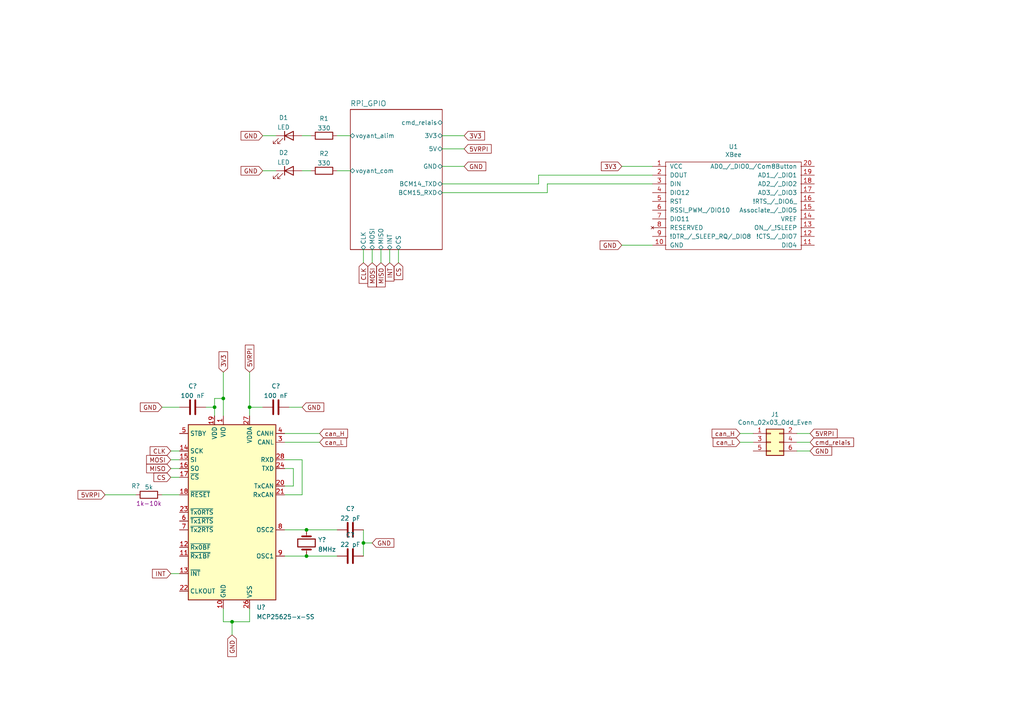
<source format=kicad_sch>
(kicad_sch (version 20211123) (generator eeschema)
  (paper "A4")
  (lib_symbols
    (symbol "Connector_Generic:Conn_02x03_Odd_Even" (pin_names (offset 1.016) hide)
      (property "Reference" "J" (at 1.27 5.08 0))
      (property "Value" "Conn_02x03_Odd_Even" (at 1.27 -5.08 0))
      (symbol "Conn_02x03_Odd_Even_1_1"
        (rectangle (start -1.27 -2.413) (end 0 -2.667) (stroke (width 0.1524)))
        (rectangle (start -1.27 0.127) (end 0 -0.127) (stroke (width 0.1524)))
        (rectangle (start -1.27 2.667) (end 0 2.413) (stroke (width 0.1524)))
        (rectangle (start -1.27 3.81) (end 3.81 -3.81) (stroke (width 0.254)) (fill (type background)))
        (rectangle (start 3.81 -2.413) (end 2.54 -2.667) (stroke (width 0.1524)))
        (rectangle (start 3.81 0.127) (end 2.54 -0.127) (stroke (width 0.1524)))
        (rectangle (start 3.81 2.667) (end 2.54 2.413) (stroke (width 0.1524)))
        (pin passive line (at -5.08 2.54 0) (length 3.81) (name "Pin_1") (number "1"))
        (pin passive line (at 7.62 2.54 180) (length 3.81) (name "Pin_2") (number "2"))
        (pin passive line (at -5.08 0 0) (length 3.81) (name "Pin_3") (number "3"))
        (pin passive line (at 7.62 0 180) (length 3.81) (name "Pin_4") (number "4"))
        (pin passive line (at -5.08 -2.54 0) (length 3.81) (name "Pin_5") (number "5"))
        (pin passive line (at 7.62 -2.54 180) (length 3.81) (name "Pin_6") (number "6"))
      )
    )
    (symbol "Device:C" (pin_numbers hide) (pin_names (offset 0.254))
      (property "Reference" "C" (at 0.635 2.54 0))
      (property "Value" "C" (at 0.635 -2.54 0))
      (symbol "C_0_1"
        (polyline (pts (xy -2.032 -0.762) (xy 2.032 -0.762)) (stroke (width 0.508)))
        (polyline (pts (xy -2.032 0.762) (xy 2.032 0.762)) (stroke (width 0.508)))
      )
      (symbol "C_1_1"
        (pin passive line (at 0 3.81 270) (length 2.794) (name "~") (number "1"))
        (pin passive line (at 0 -3.81 90) (length 2.794) (name "~") (number "2"))
      )
    )
    (symbol "Device:Crystal" (pin_numbers hide) (pin_names (offset 1.016) hide)
      (property "Reference" "Y" (at 0 3.81 0))
      (property "Value" "Crystal" (at 0 -3.81 0))
      (symbol "Crystal_0_1"
        (rectangle (start -1.143 2.54) (end 1.143 -2.54) (stroke (width 0.3048)))
        (polyline (pts (xy -2.54 0) (xy -1.905 0)))
        (polyline (pts (xy -1.905 -1.27) (xy -1.905 1.27)) (stroke (width 0.508)))
        (polyline (pts (xy 1.905 -1.27) (xy 1.905 1.27)) (stroke (width 0.508)))
        (polyline (pts (xy 2.54 0) (xy 1.905 0)))
      )
      (symbol "Crystal_1_1"
        (pin passive line (at -3.81 0 0) (length 1.27) (name "1") (number "1"))
        (pin passive line (at 3.81 0 180) (length 1.27) (name "2") (number "2"))
      )
    )
    (symbol "Device:LED" (pin_numbers hide) (pin_names (offset 1.016) hide)
      (property "Reference" "D" (at 0 2.54 0))
      (property "Value" "LED" (at 0 -2.54 0))
      (symbol "LED_0_1"
        (polyline (pts (xy -1.27 -1.27) (xy -1.27 1.27)) (stroke (width 0.254)))
        (polyline (pts (xy -1.27 0) (xy 1.27 0)))
        (polyline (pts (xy 1.27 -1.27) (xy 1.27 1.27) (xy -1.27 0) (xy 1.27 -1.27)) (stroke (width 0.254)))
        (polyline (pts (xy -3.048 -0.762) (xy -4.572 -2.286) (xy -3.81 -2.286) (xy -4.572 -2.286) (xy -4.572 -1.524)))
        (polyline (pts (xy -1.778 -0.762) (xy -3.302 -2.286) (xy -2.54 -2.286) (xy -3.302 -2.286) (xy -3.302 -1.524)))
      )
      (symbol "LED_1_1"
        (pin passive line (at -3.81 0 0) (length 2.54) (name "K") (number "1"))
        (pin passive line (at 3.81 0 180) (length 2.54) (name "A") (number "2"))
      )
    )
    (symbol "Device:R" (pin_numbers hide) (pin_names (offset 0))
      (property "Reference" "R" (at 2.032 0 90))
      (property "Value" "R" (at 0 0 90))
      (symbol "R_0_1"
        (rectangle (start -1.016 -2.54) (end 1.016 2.54) (stroke (width 0.254)))
      )
      (symbol "R_1_1"
        (pin passive line (at 0 3.81 270) (length 1.27) (name "~") (number "1"))
        (pin passive line (at 0 -3.81 90) (length 1.27) (name "~") (number "2"))
      )
    )
    (symbol "Interface_CAN_LIN:MCP25625-x-SS"
      (property "Reference" "U" (at -11.43 26.67 0))
      (property "Value" "MCP25625-x-SS" (at 15.24 26.67 0))
      (symbol "MCP25625-x-SS_0_1"
        (rectangle (start -12.7 25.4) (end 12.7 -25.4) (stroke (width 0.254)) (fill (type background)))
      )
      (symbol "MCP25625-x-SS_1_1"
        (pin power_in line (at -2.54 27.94 270) (length 2.54) (name "VIO") (number "1"))
        (pin power_in line (at -2.54 -27.94 90) (length 2.54) (name "GND") (number "10"))
        (pin output line (at -15.24 -12.7 0) (length 2.54) (name "~{Rx1BF}") (number "11"))
        (pin output line (at -15.24 -10.16 0) (length 2.54) (name "~{Rx0BF}") (number "12"))
        (pin output line (at -15.24 -17.78 0) (length 2.54) (name "~{INT}") (number "13"))
        (pin input line (at -15.24 17.78 0) (length 2.54) (name "SCK") (number "14"))
        (pin input line (at -15.24 15.24 0) (length 2.54) (name "SI") (number "15"))
        (pin output line (at -15.24 12.7 0) (length 2.54) (name "SO") (number "16"))
        (pin input line (at -15.24 10.16 0) (length 2.54) (name "~{CS}") (number "17"))
        (pin input line (at -15.24 5.08 0) (length 2.54) (name "~{RESET}") (number "18"))
        (pin power_in line (at -5.08 27.94 270) (length 2.54) (name "VDD") (number "19"))
        (pin no_connect line (at 12.7 -15.24 180) (length 2.54) hide (name "NC") (number "2"))
        (pin output line (at 15.24 7.62 180) (length 2.54) (name "TxCAN") (number "20"))
        (pin input line (at 15.24 5.08 180) (length 2.54) (name "RxCAN") (number "21"))
        (pin output line (at -15.24 -22.86 0) (length 2.54) (name "CLKOUT") (number "22"))
        (pin input line (at -15.24 0 0) (length 2.54) (name "~{Tx0RTS}") (number "23"))
        (pin input line (at 15.24 12.7 180) (length 2.54) (name "TXD") (number "24"))
        (pin no_connect line (at 12.7 -17.78 180) (length 2.54) hide (name "NC") (number "25"))
        (pin power_in line (at 5.08 -27.94 90) (length 2.54) (name "VSS") (number "26"))
        (pin power_in line (at 5.08 27.94 270) (length 2.54) (name "VDDA") (number "27"))
        (pin output line (at 15.24 15.24 180) (length 2.54) (name "RXD") (number "28"))
        (pin bidirectional line (at 15.24 20.32 180) (length 2.54) (name "CANL") (number "3"))
        (pin bidirectional line (at 15.24 22.86 180) (length 2.54) (name "CANH") (number "4"))
        (pin input line (at -15.24 22.86 0) (length 2.54) (name "STBY") (number "5"))
        (pin input line (at -15.24 -2.54 0) (length 2.54) (name "~{Tx1RTS}") (number "6"))
        (pin input line (at -15.24 -5.08 0) (length 2.54) (name "~{Tx2RTS}") (number "7"))
        (pin output line (at 15.24 -5.08 180) (length 2.54) (name "OSC2") (number "8"))
        (pin input line (at 15.24 -12.7 180) (length 2.54) (name "OSC1") (number "9"))
      )
    )
    (symbol "bus_raspi-rescue:XBeePro-xbeepro" (pin_names (offset 1.016))
      (property "Reference" "U" (at 24.13 35.56 0))
      (property "Value" "XBeePro-xbeepro" (at 24.13 33.02 0))
      (symbol "XBeePro-xbeepro_0_1"
        (rectangle (start 3.81 5.08) (end 43.18 30.48))
      )
      (symbol "XBeePro-xbeepro_1_1"
        (pin input line (at 0 29.21 0) (length 3.9878) (name "VCC") (number "1"))
        (pin power_in line (at 0 6.35 0) (length 3.9878) (name "GND") (number "10"))
        (pin bidirectional line (at 46.99 6.35 180) (length 3.9878) (name "DIO4") (number "11"))
        (pin output line (at 46.99 8.89 180) (length 3.9878) (name "!CTS_/_DIO7") (number "12"))
        (pin output line (at 46.99 11.43 180) (length 3.9878) (name "ON_/_!SLEEP") (number "13"))
        (pin input line (at 46.99 13.97 180) (length 3.9878) (name "VREF") (number "14"))
        (pin bidirectional line (at 46.99 16.51 180) (length 3.9878) (name "Associate_/_DIO5") (number "15"))
        (pin bidirectional line (at 46.99 19.05 180) (length 3.9878) (name "!RTS_/_DIO6_") (number "16"))
        (pin bidirectional line (at 46.99 21.59 180) (length 3.9878) (name "AD3_/_DIO3") (number "17"))
        (pin bidirectional line (at 46.99 24.13 180) (length 3.9878) (name "AD2_/_DIO2") (number "18"))
        (pin bidirectional line (at 46.99 26.67 180) (length 3.9878) (name "AD1_/_DIO1") (number "19"))
        (pin output line (at 0 26.67 0) (length 3.9878) (name "DOUT") (number "2"))
        (pin bidirectional line (at 46.99 29.21 180) (length 3.9878) (name "AD0_/_DIO0_/Com8Button") (number "20"))
        (pin input line (at 0 24.13 0) (length 3.9878) (name "DIN") (number "3"))
        (pin bidirectional line (at 0 21.59 0) (length 3.9878) (name "DIO12") (number "4"))
        (pin bidirectional line (at 0 19.05 0) (length 3.9878) (name "RST") (number "5"))
        (pin bidirectional line (at 0 16.51 0) (length 3.9878) (name "RSSI_PWM_/DIO10") (number "6"))
        (pin bidirectional line (at 0 13.97 0) (length 3.9878) (name "DIO11") (number "7"))
        (pin no_connect line (at 0 11.43 0) (length 3.9878) (name "RESERVED") (number "8"))
        (pin bidirectional line (at 0 8.89 0) (length 3.9878) (name "!DTR_/_SLEEP_RQ/_DIO8") (number "9"))
      )
    )
  )
  (junction (at 64.77 115.57))
  (junction (at 62.23 118.11))
  (junction (at 67.31 180.34))
  (junction (at 105.41 157.48))
  (junction (at 72.39 118.11))
  (junction (at 88.9 153.67))
  (junction (at 88.9 161.29))
  (wire (pts (xy 88.9 161.29) (xy 97.79 161.29)))
  (wire (pts (xy 113.03 72.39) (xy 113.03 76.2)))
  (wire (pts (xy 46.99 143.51) (xy 52.07 143.51)))
  (wire (pts (xy 231.14 125.73) (xy 234.95 125.73)))
  (wire (pts (xy 234.95 130.81) (xy 231.14 130.81)))
  (wire (pts (xy 62.23 115.57) (xy 64.77 115.57)))
  (wire (pts (xy 72.39 118.11) (xy 72.39 120.65)))
  (wire (pts (xy 110.49 72.39) (xy 110.49 76.2)))
  (wire (pts (xy 46.99 118.11) (xy 52.07 118.11)))
  (wire (pts (xy 49.53 138.43) (xy 52.07 138.43)))
  (wire (pts (xy 82.55 161.29) (xy 88.9 161.29)))
  (wire (pts (xy 62.23 118.11) (xy 62.23 115.57)))
  (wire (pts (xy 72.39 107.95) (xy 72.39 118.11)))
  (wire (pts (xy 83.82 118.11) (xy 87.63 118.11)))
  (wire (pts (xy 156.21 53.34) (xy 128.27 53.34)))
  (wire (pts (xy 82.55 128.27) (xy 92.71 128.27)))
  (wire (pts (xy 72.39 176.53) (xy 72.39 180.34)))
  (wire (pts (xy 30.48 143.51) (xy 39.37 143.51)))
  (wire (pts (xy 49.53 166.37) (xy 52.07 166.37)))
  (wire (pts (xy 105.41 157.48) (xy 105.41 161.29)))
  (wire (pts (xy 67.31 180.34) (xy 67.31 184.15)))
  (wire (pts (xy 97.79 49.53) (xy 101.6 49.53)))
  (wire (pts (xy 105.41 72.39) (xy 105.41 76.2)))
  (wire (pts (xy 49.53 135.89) (xy 52.07 135.89)))
  (wire (pts (xy 234.95 128.27) (xy 231.14 128.27)))
  (wire (pts (xy 158.75 55.88) (xy 128.27 55.88)))
  (wire (pts (xy 64.77 115.57) (xy 64.77 120.65)))
  (wire (pts (xy 87.63 49.53) (xy 90.17 49.53)))
  (wire (pts (xy 82.55 153.67) (xy 88.9 153.67)))
  (wire (pts (xy 82.55 133.35) (xy 87.63 133.35)))
  (wire (pts (xy 158.75 53.34) (xy 158.75 55.88)))
  (wire (pts (xy 180.34 48.26) (xy 189.23 48.26)))
  (wire (pts (xy 85.09 135.89) (xy 85.09 140.97)))
  (wire (pts (xy 128.27 39.37) (xy 134.62 39.37)))
  (wire (pts (xy 62.23 120.65) (xy 62.23 118.11)))
  (wire (pts (xy 49.53 133.35) (xy 52.07 133.35)))
  (wire (pts (xy 115.57 72.39) (xy 115.57 76.2)))
  (wire (pts (xy 88.9 153.67) (xy 97.79 153.67)))
  (wire (pts (xy 214.63 128.27) (xy 218.44 128.27)))
  (wire (pts (xy 107.95 72.39) (xy 107.95 76.2)))
  (wire (pts (xy 189.23 50.8) (xy 156.21 50.8)))
  (wire (pts (xy 189.23 53.34) (xy 158.75 53.34)))
  (wire (pts (xy 82.55 125.73) (xy 92.71 125.73)))
  (wire (pts (xy 59.69 118.11) (xy 62.23 118.11)))
  (wire (pts (xy 156.21 50.8) (xy 156.21 53.34)))
  (wire (pts (xy 64.77 176.53) (xy 64.77 180.34)))
  (wire (pts (xy 105.41 157.48) (xy 107.95 157.48)))
  (wire (pts (xy 87.63 39.37) (xy 90.17 39.37)))
  (wire (pts (xy 64.77 180.34) (xy 67.31 180.34)))
  (wire (pts (xy 85.09 140.97) (xy 82.55 140.97)))
  (wire (pts (xy 76.2 49.53) (xy 80.01 49.53)))
  (wire (pts (xy 128.27 48.26) (xy 134.62 48.26)))
  (wire (pts (xy 64.77 107.95) (xy 64.77 115.57)))
  (wire (pts (xy 82.55 143.51) (xy 87.63 143.51)))
  (wire (pts (xy 87.63 143.51) (xy 87.63 133.35)))
  (wire (pts (xy 128.27 43.18) (xy 134.62 43.18)))
  (wire (pts (xy 49.53 130.81) (xy 52.07 130.81)))
  (wire (pts (xy 82.55 135.89) (xy 85.09 135.89)))
  (wire (pts (xy 76.2 39.37) (xy 80.01 39.37)))
  (wire (pts (xy 214.63 125.73) (xy 218.44 125.73)))
  (wire (pts (xy 72.39 118.11) (xy 76.2 118.11)))
  (wire (pts (xy 180.34 71.12) (xy 189.23 71.12)))
  (wire (pts (xy 105.41 153.67) (xy 105.41 157.48)))
  (wire (pts (xy 97.79 39.37) (xy 101.6 39.37)))
  (wire (pts (xy 72.39 180.34) (xy 67.31 180.34)))
  (global_label "GND" (shape input) (at 107.95 157.48 0) (property "Intersheet References" "${INTERSHEET_REFS}" (effects hide)))
  (global_label "CS" (shape input) (at 115.57 76.2 270) (property "Intersheet References" "${INTERSHEET_REFS}" (effects hide)))
  (global_label "3V3" (shape input) (at 134.62 39.37 0) (property "Intersheet References" "${INTERSHEET_REFS}" (effects hide)))
  (global_label "GND" (shape input) (at 76.2 49.53 180) (property "Intersheet References" "${INTERSHEET_REFS}" (effects hide)))
  (global_label "can_L" (shape input) (at 92.71 128.27 0) (property "Intersheet References" "${INTERSHEET_REFS}" (effects hide)))
  (global_label "5VRPI" (shape input) (at 234.95 125.73 0) (property "Intersheet References" "${INTERSHEET_REFS}" (effects hide)))
  (global_label "GND" (shape input) (at 76.2 39.37 180) (property "Intersheet References" "${INTERSHEET_REFS}" (effects hide)))
  (global_label "3V3" (shape input) (at 180.34 48.26 180) (property "Intersheet References" "${INTERSHEET_REFS}" (effects hide)))
  (global_label "INT" (shape input) (at 49.53 166.37 180) (property "Intersheet References" "${INTERSHEET_REFS}" (effects hide)))
  (global_label "GND" (shape input) (at 134.62 48.26 0) (property "Intersheet References" "${INTERSHEET_REFS}" (effects hide)))
  (global_label "5VRPI" (shape input) (at 134.62 43.18 0) (property "Intersheet References" "${INTERSHEET_REFS}" (effects hide)))
  (global_label "5VRPI" (shape input) (at 72.39 107.95 90) (property "Intersheet References" "${INTERSHEET_REFS}" (effects hide)))
  (global_label "GND" (shape input) (at 180.34 71.12 180) (property "Intersheet References" "${INTERSHEET_REFS}" (effects hide)))
  (global_label "CS" (shape input) (at 49.53 138.43 180) (property "Intersheet References" "${INTERSHEET_REFS}" (effects hide)))
  (global_label "CLK" (shape input) (at 105.41 76.2 270) (property "Intersheet References" "${INTERSHEET_REFS}" (effects hide)))
  (global_label "GND" (shape input) (at 67.31 184.15 270) (property "Intersheet References" "${INTERSHEET_REFS}" (effects hide)))
  (global_label "GND" (shape input) (at 87.63 118.11 0) (property "Intersheet References" "${INTERSHEET_REFS}" (effects hide)))
  (global_label "5VRPI" (shape input) (at 30.48 143.51 180) (property "Intersheet References" "${INTERSHEET_REFS}" (effects hide)))
  (global_label "INT" (shape input) (at 113.03 76.2 270) (property "Intersheet References" "${INTERSHEET_REFS}" (effects hide)))
  (global_label "MISO" (shape input) (at 110.49 76.2 270) (property "Intersheet References" "${INTERSHEET_REFS}" (effects hide)))
  (global_label "3V3" (shape input) (at 64.77 107.95 90) (property "Intersheet References" "${INTERSHEET_REFS}" (effects hide)))
  (global_label "CLK" (shape input) (at 49.53 130.81 180) (property "Intersheet References" "${INTERSHEET_REFS}" (effects hide)))
  (global_label "can_H" (shape input) (at 92.71 125.73 0) (property "Intersheet References" "${INTERSHEET_REFS}" (effects hide)))
  (global_label "can_L" (shape input) (at 214.63 128.27 180) (property "Intersheet References" "${INTERSHEET_REFS}" (effects hide)))
  (global_label "MISO" (shape input) (at 49.53 135.89 180) (property "Intersheet References" "${INTERSHEET_REFS}" (effects hide)))
  (global_label "GND" (shape input) (at 46.99 118.11 180) (property "Intersheet References" "${INTERSHEET_REFS}" (effects hide)))
  (global_label "MOSI" (shape input) (at 49.53 133.35 180) (property "Intersheet References" "${INTERSHEET_REFS}" (effects hide)))
  (global_label "MOSI" (shape input) (at 107.95 76.2 270) (property "Intersheet References" "${INTERSHEET_REFS}" (effects hide)))
  (global_label "cmd_relais" (shape input) (at 234.95 128.27 0) (property "Intersheet References" "${INTERSHEET_REFS}" (effects hide)))
  (global_label "can_H" (shape input) (at 214.63 125.73 180) (property "Intersheet References" "${INTERSHEET_REFS}" (effects hide)))
  (global_label "GND" (shape input) (at 234.95 130.81 0) (property "Intersheet References" "${INTERSHEET_REFS}" (effects hide)))
  (symbol (lib_id "Device:R") (at 43.18 143.51 90) (unit 1)
    (property "Reference" "R?" (at 39.37 140.97 90))
    (property "Value" "5k" (at 43.18 141.3026 90))
    (property "Description" "1k-10k" (at 43.18 146.05 90))
  )
  (symbol (lib_id "Device:C") (at 80.01 118.11 90) (unit 1)
    (property "Reference" "C?" (at 80.01 111.9845 90))
    (property "Value" "100 nF" (at 80.01 114.7596 90))
  )
  (symbol (lib_id "Device:LED") (at 83.82 39.37 0) (unit 1)
    (property "Reference" "D1" (at 82.2325 34.1335 0))
    (property "Value" "LED" (at 82.2325 36.9086 0))
  )
  (symbol (lib_id "Device:C") (at 101.6 161.29 90) (unit 1)
    (property "Reference" "C?" (at 101.6 155.1645 90))
    (property "Value" "22 pF" (at 101.6 157.9396 90))
  )
  (symbol (lib_id "bus_raspi-rescue:XBeePro-xbeepro") (at 189.23 77.47 0) (unit 1)
    (property "Reference" "U1" (at 212.725 42.545 0))
    (property "Value" "XBee" (at 212.725 44.8564 0))
    (property "Footprint" "Autre:XBEE-20_THT" (effects hide))
  )
  (symbol (lib_id "Device:C") (at 101.6 153.67 90) (unit 1)
    (property "Reference" "C?" (at 101.6 147.5445 90))
    (property "Value" "22 pF" (at 101.6 150.3196 90))
  )
  (symbol (lib_id "Device:C") (at 55.88 118.11 90) (unit 1)
    (property "Reference" "C?" (at 55.88 111.9845 90))
    (property "Value" "100 nF" (at 55.88 114.7596 90))
  )
  (symbol (lib_id "Connector_Generic:Conn_02x03_Odd_Even") (at 223.52 128.27 0) (unit 1)
    (property "Reference" "J1" (at 224.79 120.2182 0))
    (property "Value" "Conn_02x03_Odd_Even" (at 224.79 122.5296 0))
    (property "Footprint" "Connector_Hirose:Hirose_DF11-6DP-2DSA_2x03_P2.00mm_Vertical" (effects hide))
  )
  (symbol (lib_id "Device:Crystal") (at 88.9 157.48 90) (unit 1)
    (property "Reference" "Y?" (at 92.2274 156.5715 90) (effects (justify right)))
    (property "Value" "8MHz" (at 92.2274 159.3466 90) (effects (justify right)))
  )
  (symbol (lib_id "Device:R") (at 93.98 49.53 90) (unit 1)
    (property "Reference" "R2" (at 93.98 44.5475 90))
    (property "Value" "330" (at 93.98 47.3226 90))
  )
  (symbol (lib_id "Device:R") (at 93.98 39.37 90) (unit 1)
    (property "Reference" "R1" (at 93.98 34.3875 90))
    (property "Value" "330" (at 93.98 37.1626 90))
  )
  (symbol (lib_id "Device:LED") (at 83.82 49.53 0) (unit 1)
    (property "Reference" "D2" (at 82.2325 44.2935 0))
    (property "Value" "LED" (at 82.2325 47.0686 0))
  )
  (symbol (lib_id "Interface_CAN_LIN:MCP25625-x-SS") (at 67.31 148.59 0) (unit 1)
    (property "Reference" "U?" (at 74.4094 176.1395 0) (effects (justify left)))
    (property "Value" "MCP25625-x-SS" (at 74.4094 178.9146 0) (effects (justify left)))
    (property "Footprint" "Package_SO:SSOP-28_5.3x10.2mm_P0.65mm" (effects hide))
    (property "Datasheet" "http://ww1.microchip.com/downloads/en/DeviceDoc/20005282B.pdf" (effects hide))
  )
  (sheet (at 101.6 31.75) (size 26.67 40.64)
    (property "Sheet name" "RPi_GPIO" (at 101.6 30.9114 0) (effects (font (size 1.524 1.524)) (justify left bottom)))
    (property "Sheet file" "RPi_GPIO.kicad_sch" (effects hide))
    (pin "3V3" bidirectional (at 128.27 39.37 0))
    (pin "BCM14_TXD" bidirectional (at 128.27 53.34 0))
    (pin "BCM15_RXD" bidirectional (at 128.27 55.88 0))
    (pin "5V" bidirectional (at 128.27 43.18 0))
    (pin "GND" bidirectional (at 128.27 48.26 0))
    (pin "voyant_alim" bidirectional (at 101.6 39.37 180))
    (pin "cmd_relais" bidirectional (at 128.27 35.56 0))
    (pin "voyant_com" bidirectional (at 101.6 49.53 180))
    (pin "CLK" bidirectional (at 105.41 72.39 270))
    (pin "MOSI" bidirectional (at 107.95 72.39 270))
    (pin "MISO" bidirectional (at 110.49 72.39 270))
    (pin "INT" bidirectional (at 113.03 72.39 270))
    (pin "CS" bidirectional (at 115.57 72.39 270))
  )
)
</source>
